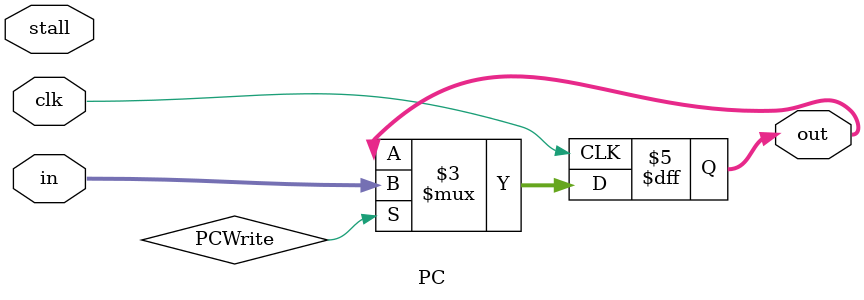
<source format=v>
`ifndef MODULE_PC
`define MODULE_PC
`timescale 1ns / 1ps

module PC (
    input               clk,
                        stall,
    input       [31:0]  in,
    output reg  [31:0]  out
);

    initial begin
        out = 32'b0;
    end

    always @ (posedge clk) begin
        if (PCWrite)
            out <= in;
    end

endmodule

`endif

</source>
